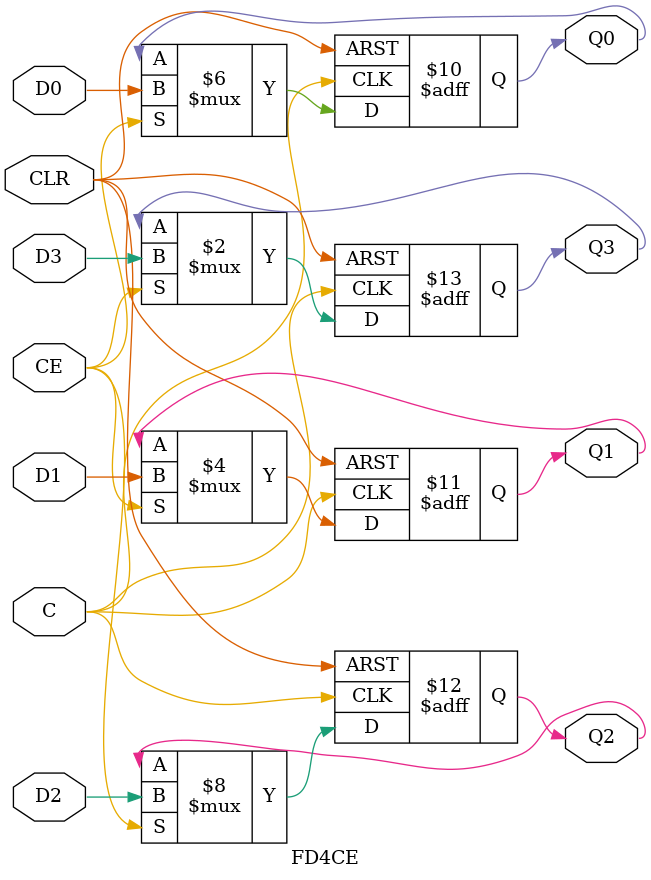
<source format=v>
module FD4CE(Q0, Q1, Q2, Q3, C, CE, CLR, D0, D1, D2, D3);
   
   output             Q0;
   output             Q1;
   output             Q2;
   output             Q3;

   input 	      C;	
   input 	      CE;	
   input 	      CLR;	
   input              D0;
   input              D1;
   input              D2;
   input              D3;
   
   reg                Q0;
   reg                Q1;
   reg                Q2;
   reg                Q3;
   
   always @(posedge C or posedge CLR)
     begin
	if (CLR)
	  {Q3, Q2, Q1, Q0} <= 4'b0000;
	else if (CE)
          {Q3, Q2, Q1, Q0} <= {D3, D2, D1, D0};
     end
   
   
endmodule
</source>
